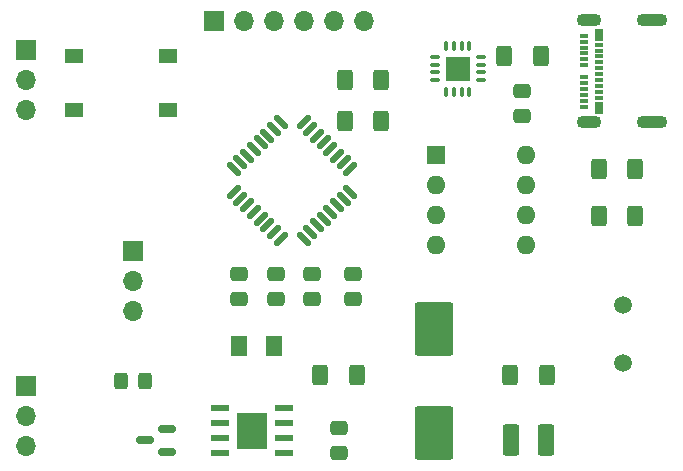
<source format=gbr>
%TF.GenerationSoftware,KiCad,Pcbnew,8.0.6*%
%TF.CreationDate,2025-05-31T11:47:03-05:00*%
%TF.ProjectId,TPS_Calibration_Board,5450535f-4361-46c6-9962-726174696f6e,rev?*%
%TF.SameCoordinates,Original*%
%TF.FileFunction,Soldermask,Top*%
%TF.FilePolarity,Negative*%
%FSLAX46Y46*%
G04 Gerber Fmt 4.6, Leading zero omitted, Abs format (unit mm)*
G04 Created by KiCad (PCBNEW 8.0.6) date 2025-05-31 11:47:03*
%MOMM*%
%LPD*%
G01*
G04 APERTURE LIST*
G04 Aperture macros list*
%AMRoundRect*
0 Rectangle with rounded corners*
0 $1 Rounding radius*
0 $2 $3 $4 $5 $6 $7 $8 $9 X,Y pos of 4 corners*
0 Add a 4 corners polygon primitive as box body*
4,1,4,$2,$3,$4,$5,$6,$7,$8,$9,$2,$3,0*
0 Add four circle primitives for the rounded corners*
1,1,$1+$1,$2,$3*
1,1,$1+$1,$4,$5*
1,1,$1+$1,$6,$7*
1,1,$1+$1,$8,$9*
0 Add four rect primitives between the rounded corners*
20,1,$1+$1,$2,$3,$4,$5,0*
20,1,$1+$1,$4,$5,$6,$7,0*
20,1,$1+$1,$6,$7,$8,$9,0*
20,1,$1+$1,$8,$9,$2,$3,0*%
G04 Aperture macros list end*
%ADD10R,1.600000X1.600000*%
%ADD11O,1.600000X1.600000*%
%ADD12C,1.500000*%
%ADD13RoundRect,0.075000X-0.350000X-0.075000X0.350000X-0.075000X0.350000X0.075000X-0.350000X0.075000X0*%
%ADD14RoundRect,0.075000X-0.075000X-0.350000X0.075000X-0.350000X0.075000X0.350000X-0.075000X0.350000X0*%
%ADD15R,2.100000X2.100000*%
%ADD16RoundRect,0.125000X-0.353553X-0.530330X0.530330X0.353553X0.353553X0.530330X-0.530330X-0.353553X0*%
%ADD17RoundRect,0.125000X0.353553X-0.530330X0.530330X-0.353553X-0.353553X0.530330X-0.530330X0.353553X0*%
%ADD18R,1.550000X1.300000*%
%ADD19RoundRect,0.250000X-0.400000X-0.625000X0.400000X-0.625000X0.400000X0.625000X-0.400000X0.625000X0*%
%ADD20RoundRect,0.250000X0.400000X0.625000X-0.400000X0.625000X-0.400000X-0.625000X0.400000X-0.625000X0*%
%ADD21RoundRect,0.150000X0.587500X0.150000X-0.587500X0.150000X-0.587500X-0.150000X0.587500X-0.150000X0*%
%ADD22O,2.600000X1.100000*%
%ADD23O,2.100000X1.100000*%
%ADD24R,0.700000X1.000000*%
%ADD25R,0.700000X0.300000*%
%ADD26RoundRect,0.250001X-0.462499X-1.074999X0.462499X-1.074999X0.462499X1.074999X-0.462499X1.074999X0*%
%ADD27R,1.700000X1.700000*%
%ADD28O,1.700000X1.700000*%
%ADD29RoundRect,0.250000X-0.325000X-0.450000X0.325000X-0.450000X0.325000X0.450000X-0.325000X0.450000X0*%
%ADD30RoundRect,0.250000X1.400000X2.000000X-1.400000X2.000000X-1.400000X-2.000000X1.400000X-2.000000X0*%
%ADD31RoundRect,0.250000X-0.475000X0.337500X-0.475000X-0.337500X0.475000X-0.337500X0.475000X0.337500X0*%
%ADD32RoundRect,0.250000X0.475000X-0.337500X0.475000X0.337500X-0.475000X0.337500X-0.475000X-0.337500X0*%
%ADD33RoundRect,0.250001X-0.462499X-0.624999X0.462499X-0.624999X0.462499X0.624999X-0.462499X0.624999X0*%
%ADD34R,1.550000X0.600000*%
%ADD35R,2.600000X3.100000*%
G04 APERTURE END LIST*
D10*
%TO.C,U1*%
X176200000Y-96130000D03*
D11*
X176200000Y-98670000D03*
X176200000Y-101210000D03*
X176200000Y-103750000D03*
X183820000Y-103750000D03*
X183820000Y-101210000D03*
X183820000Y-98670000D03*
X183820000Y-96130000D03*
%TD*%
D12*
%TO.C,Y1*%
X192000000Y-108800000D03*
X192000000Y-113680000D03*
%TD*%
D13*
%TO.C,U3*%
X176075000Y-87800000D03*
X176075000Y-88450000D03*
X176075000Y-89100000D03*
X176075000Y-89750000D03*
D14*
X177050000Y-90725000D03*
X177700000Y-90725000D03*
X178350000Y-90725000D03*
X179000000Y-90725000D03*
D13*
X179975000Y-89750000D03*
X179975000Y-89100000D03*
X179975000Y-88450000D03*
X179975000Y-87800000D03*
D14*
X179000000Y-86825000D03*
X178350000Y-86825000D03*
X177700000Y-86825000D03*
X177050000Y-86825000D03*
D15*
X178025000Y-88775000D03*
%TD*%
D16*
%TO.C,U2*%
X159067930Y-99222272D03*
X159633616Y-99787957D03*
X160199301Y-100353643D03*
X160764986Y-100919328D03*
X161330672Y-101485014D03*
X161896357Y-102050699D03*
X162462043Y-102616384D03*
X163027728Y-103182070D03*
D17*
X164972272Y-103182070D03*
X165537957Y-102616384D03*
X166103643Y-102050699D03*
X166669328Y-101485014D03*
X167235014Y-100919328D03*
X167800699Y-100353643D03*
X168366384Y-99787957D03*
X168932070Y-99222272D03*
D16*
X168932070Y-97277728D03*
X168366384Y-96712043D03*
X167800699Y-96146357D03*
X167235014Y-95580672D03*
X166669328Y-95014986D03*
X166103643Y-94449301D03*
X165537957Y-93883616D03*
X164972272Y-93317930D03*
D17*
X163027728Y-93317930D03*
X162462043Y-93883616D03*
X161896357Y-94449301D03*
X161330672Y-95014986D03*
X160764986Y-95580672D03*
X160199301Y-96146357D03*
X159633616Y-96712043D03*
X159067930Y-97277728D03*
%TD*%
D18*
%TO.C,SW1*%
X153475000Y-92250000D03*
X145525000Y-92250000D03*
X153475000Y-87750000D03*
X145525000Y-87750000D03*
%TD*%
D19*
%TO.C,R11*%
X169500000Y-114750000D03*
X166400000Y-114750000D03*
%TD*%
%TO.C,R10*%
X189950000Y-101250000D03*
X193050000Y-101250000D03*
%TD*%
D20*
%TO.C,R9*%
X185550000Y-114750000D03*
X182450000Y-114750000D03*
%TD*%
D19*
%TO.C,R8*%
X189950000Y-97250000D03*
X193050000Y-97250000D03*
%TD*%
%TO.C,R7*%
X181950000Y-87750000D03*
X185050000Y-87750000D03*
%TD*%
D20*
%TO.C,R5*%
X171550000Y-93250000D03*
X168450000Y-93250000D03*
%TD*%
%TO.C,R4*%
X171550000Y-89750000D03*
X168450000Y-89750000D03*
%TD*%
D21*
%TO.C,Q1*%
X153437500Y-121200000D03*
X153437500Y-119300000D03*
X151562500Y-120250000D03*
%TD*%
D22*
%TO.C,P1*%
X194470000Y-84680000D03*
D23*
X189110000Y-84680000D03*
D22*
X194470000Y-93320000D03*
D23*
X189110000Y-93320000D03*
D24*
X190000000Y-92100000D03*
D25*
X190000000Y-91250000D03*
X190000000Y-90750000D03*
X190000000Y-90250000D03*
X190000000Y-89750000D03*
X190000000Y-89250000D03*
X190000000Y-88750000D03*
X190000000Y-88250000D03*
X190000000Y-87750000D03*
X190000000Y-87250000D03*
X190000000Y-86750000D03*
D24*
X190000000Y-85900000D03*
D25*
X188700000Y-86000000D03*
X188700000Y-86500000D03*
X188700000Y-87000000D03*
X188700000Y-87500000D03*
X188700000Y-88000000D03*
X188700000Y-88500000D03*
X188700000Y-89500000D03*
X188700000Y-90000000D03*
X188700000Y-90500000D03*
X188700000Y-91000000D03*
X188700000Y-91500000D03*
X188700000Y-92000000D03*
%TD*%
D26*
%TO.C,L1*%
X185475000Y-120250000D03*
X182500000Y-120250000D03*
%TD*%
D27*
%TO.C,JP1*%
X150500000Y-104210000D03*
D28*
X150500000Y-106750000D03*
X150500000Y-109290000D03*
%TD*%
D27*
%TO.C,J3*%
X157400000Y-84750000D03*
D28*
X159940000Y-84750000D03*
X162480000Y-84750000D03*
X165020000Y-84750000D03*
X167560000Y-84750000D03*
X170100000Y-84750000D03*
%TD*%
D27*
%TO.C,J2*%
X141500000Y-87225000D03*
D28*
X141500000Y-89765000D03*
X141500000Y-92305000D03*
%TD*%
D27*
%TO.C,J1*%
X141500000Y-115670000D03*
D28*
X141500000Y-118210000D03*
X141500000Y-120750000D03*
%TD*%
D29*
%TO.C,F1*%
X149475000Y-115250000D03*
X151525000Y-115250000D03*
%TD*%
D30*
%TO.C,D1*%
X176000000Y-119650000D03*
X176000000Y-110850000D03*
%TD*%
D31*
%TO.C,C13*%
X168000000Y-121287500D03*
X168000000Y-119212500D03*
%TD*%
%TO.C,C12*%
X183500000Y-92787500D03*
X183500000Y-90712500D03*
%TD*%
D32*
%TO.C,C7*%
X169180000Y-106212500D03*
X169180000Y-108287500D03*
%TD*%
%TO.C,C6*%
X165680000Y-108287500D03*
X165680000Y-106212500D03*
%TD*%
%TO.C,C5*%
X162670000Y-108287500D03*
X162670000Y-106212500D03*
%TD*%
%TO.C,C4*%
X159500000Y-108287500D03*
X159500000Y-106212500D03*
%TD*%
D33*
%TO.C,D2*%
X159512500Y-112250000D03*
X162487500Y-112250000D03*
%TD*%
D34*
%TO.C,U4*%
X157900000Y-117545000D03*
X157900000Y-118815000D03*
X157900000Y-120085000D03*
X157900000Y-121355000D03*
X163300000Y-121355000D03*
X163300000Y-120085000D03*
X163300000Y-118815000D03*
X163300000Y-117545000D03*
D35*
X160600000Y-119450000D03*
%TD*%
M02*

</source>
